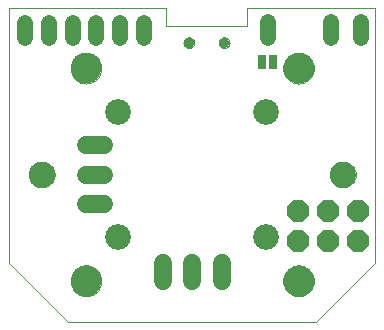
<source format=gts>
G75*
G70*
%OFA0B0*%
%FSLAX24Y24*%
%IPPOS*%
%LPD*%
%AMOC8*
5,1,8,0,0,1.08239X$1,22.5*
%
%ADD10C,0.0000*%
%ADD11C,0.1024*%
%ADD12C,0.0866*%
%ADD13OC8,0.0740*%
%ADD14C,0.0531*%
%ADD15C,0.0860*%
%ADD16C,0.0591*%
%ADD17C,0.0354*%
%ADD18R,0.0250X0.0500*%
D10*
X000150Y002119D02*
X002119Y000150D01*
X010386Y000150D01*
X012355Y002119D01*
X012355Y010622D01*
X008063Y010622D01*
X008063Y010032D01*
X005386Y010032D01*
X005386Y010622D01*
X000150Y010622D01*
X000150Y002119D01*
X002197Y001528D02*
X002199Y001573D01*
X002205Y001617D01*
X002214Y001661D01*
X002228Y001703D01*
X002245Y001744D01*
X002266Y001784D01*
X002290Y001822D01*
X002317Y001857D01*
X002347Y001890D01*
X002380Y001920D01*
X002415Y001947D01*
X002453Y001971D01*
X002493Y001992D01*
X002534Y002009D01*
X002576Y002023D01*
X002620Y002032D01*
X002664Y002038D01*
X002709Y002040D01*
X002754Y002038D01*
X002798Y002032D01*
X002842Y002023D01*
X002884Y002009D01*
X002925Y001992D01*
X002965Y001971D01*
X003003Y001947D01*
X003038Y001920D01*
X003071Y001890D01*
X003101Y001857D01*
X003128Y001822D01*
X003152Y001784D01*
X003173Y001744D01*
X003190Y001703D01*
X003204Y001661D01*
X003213Y001617D01*
X003219Y001573D01*
X003221Y001528D01*
X003219Y001483D01*
X003213Y001439D01*
X003204Y001395D01*
X003190Y001353D01*
X003173Y001312D01*
X003152Y001272D01*
X003128Y001234D01*
X003101Y001199D01*
X003071Y001166D01*
X003038Y001136D01*
X003003Y001109D01*
X002965Y001085D01*
X002925Y001064D01*
X002884Y001047D01*
X002842Y001033D01*
X002798Y001024D01*
X002754Y001018D01*
X002709Y001016D01*
X002664Y001018D01*
X002620Y001024D01*
X002576Y001033D01*
X002534Y001047D01*
X002493Y001064D01*
X002453Y001085D01*
X002415Y001109D01*
X002380Y001136D01*
X002347Y001166D01*
X002317Y001199D01*
X002290Y001234D01*
X002266Y001272D01*
X002245Y001312D01*
X002228Y001353D01*
X002214Y001395D01*
X002205Y001439D01*
X002199Y001483D01*
X002197Y001528D01*
X000800Y005071D02*
X000802Y005112D01*
X000808Y005153D01*
X000818Y005193D01*
X000831Y005232D01*
X000848Y005269D01*
X000869Y005305D01*
X000893Y005339D01*
X000920Y005370D01*
X000949Y005398D01*
X000982Y005424D01*
X001016Y005446D01*
X001053Y005465D01*
X001091Y005480D01*
X001131Y005492D01*
X001171Y005500D01*
X001212Y005504D01*
X001254Y005504D01*
X001295Y005500D01*
X001335Y005492D01*
X001375Y005480D01*
X001413Y005465D01*
X001449Y005446D01*
X001484Y005424D01*
X001517Y005398D01*
X001546Y005370D01*
X001573Y005339D01*
X001597Y005305D01*
X001618Y005269D01*
X001635Y005232D01*
X001648Y005193D01*
X001658Y005153D01*
X001664Y005112D01*
X001666Y005071D01*
X001664Y005030D01*
X001658Y004989D01*
X001648Y004949D01*
X001635Y004910D01*
X001618Y004873D01*
X001597Y004837D01*
X001573Y004803D01*
X001546Y004772D01*
X001517Y004744D01*
X001484Y004718D01*
X001450Y004696D01*
X001413Y004677D01*
X001375Y004662D01*
X001335Y004650D01*
X001295Y004642D01*
X001254Y004638D01*
X001212Y004638D01*
X001171Y004642D01*
X001131Y004650D01*
X001091Y004662D01*
X001053Y004677D01*
X001017Y004696D01*
X000982Y004718D01*
X000949Y004744D01*
X000920Y004772D01*
X000893Y004803D01*
X000869Y004837D01*
X000848Y004873D01*
X000831Y004910D01*
X000818Y004949D01*
X000808Y004989D01*
X000802Y005030D01*
X000800Y005071D01*
X002197Y008615D02*
X002199Y008660D01*
X002205Y008704D01*
X002214Y008748D01*
X002228Y008790D01*
X002245Y008831D01*
X002266Y008871D01*
X002290Y008909D01*
X002317Y008944D01*
X002347Y008977D01*
X002380Y009007D01*
X002415Y009034D01*
X002453Y009058D01*
X002493Y009079D01*
X002534Y009096D01*
X002576Y009110D01*
X002620Y009119D01*
X002664Y009125D01*
X002709Y009127D01*
X002754Y009125D01*
X002798Y009119D01*
X002842Y009110D01*
X002884Y009096D01*
X002925Y009079D01*
X002965Y009058D01*
X003003Y009034D01*
X003038Y009007D01*
X003071Y008977D01*
X003101Y008944D01*
X003128Y008909D01*
X003152Y008871D01*
X003173Y008831D01*
X003190Y008790D01*
X003204Y008748D01*
X003213Y008704D01*
X003219Y008660D01*
X003221Y008615D01*
X003219Y008570D01*
X003213Y008526D01*
X003204Y008482D01*
X003190Y008440D01*
X003173Y008399D01*
X003152Y008359D01*
X003128Y008321D01*
X003101Y008286D01*
X003071Y008253D01*
X003038Y008223D01*
X003003Y008196D01*
X002965Y008172D01*
X002925Y008151D01*
X002884Y008134D01*
X002842Y008120D01*
X002798Y008111D01*
X002754Y008105D01*
X002709Y008103D01*
X002664Y008105D01*
X002620Y008111D01*
X002576Y008120D01*
X002534Y008134D01*
X002493Y008151D01*
X002453Y008172D01*
X002415Y008196D01*
X002380Y008223D01*
X002347Y008253D01*
X002317Y008286D01*
X002290Y008321D01*
X002266Y008359D01*
X002245Y008399D01*
X002228Y008440D01*
X002214Y008482D01*
X002205Y008526D01*
X002199Y008570D01*
X002197Y008615D01*
X005961Y009465D02*
X005963Y009491D01*
X005969Y009517D01*
X005979Y009542D01*
X005992Y009565D01*
X006008Y009585D01*
X006028Y009603D01*
X006050Y009618D01*
X006073Y009630D01*
X006099Y009638D01*
X006125Y009642D01*
X006151Y009642D01*
X006177Y009638D01*
X006203Y009630D01*
X006227Y009618D01*
X006248Y009603D01*
X006268Y009585D01*
X006284Y009565D01*
X006297Y009542D01*
X006307Y009517D01*
X006313Y009491D01*
X006315Y009465D01*
X006313Y009439D01*
X006307Y009413D01*
X006297Y009388D01*
X006284Y009365D01*
X006268Y009345D01*
X006248Y009327D01*
X006226Y009312D01*
X006203Y009300D01*
X006177Y009292D01*
X006151Y009288D01*
X006125Y009288D01*
X006099Y009292D01*
X006073Y009300D01*
X006049Y009312D01*
X006028Y009327D01*
X006008Y009345D01*
X005992Y009365D01*
X005979Y009388D01*
X005969Y009413D01*
X005963Y009439D01*
X005961Y009465D01*
X007142Y009465D02*
X007144Y009491D01*
X007150Y009517D01*
X007160Y009542D01*
X007173Y009565D01*
X007189Y009585D01*
X007209Y009603D01*
X007231Y009618D01*
X007254Y009630D01*
X007280Y009638D01*
X007306Y009642D01*
X007332Y009642D01*
X007358Y009638D01*
X007384Y009630D01*
X007408Y009618D01*
X007429Y009603D01*
X007449Y009585D01*
X007465Y009565D01*
X007478Y009542D01*
X007488Y009517D01*
X007494Y009491D01*
X007496Y009465D01*
X007494Y009439D01*
X007488Y009413D01*
X007478Y009388D01*
X007465Y009365D01*
X007449Y009345D01*
X007429Y009327D01*
X007407Y009312D01*
X007384Y009300D01*
X007358Y009292D01*
X007332Y009288D01*
X007306Y009288D01*
X007280Y009292D01*
X007254Y009300D01*
X007230Y009312D01*
X007209Y009327D01*
X007189Y009345D01*
X007173Y009365D01*
X007160Y009388D01*
X007150Y009413D01*
X007144Y009439D01*
X007142Y009465D01*
X009284Y008615D02*
X009286Y008660D01*
X009292Y008704D01*
X009301Y008748D01*
X009315Y008790D01*
X009332Y008831D01*
X009353Y008871D01*
X009377Y008909D01*
X009404Y008944D01*
X009434Y008977D01*
X009467Y009007D01*
X009502Y009034D01*
X009540Y009058D01*
X009580Y009079D01*
X009621Y009096D01*
X009663Y009110D01*
X009707Y009119D01*
X009751Y009125D01*
X009796Y009127D01*
X009841Y009125D01*
X009885Y009119D01*
X009929Y009110D01*
X009971Y009096D01*
X010012Y009079D01*
X010052Y009058D01*
X010090Y009034D01*
X010125Y009007D01*
X010158Y008977D01*
X010188Y008944D01*
X010215Y008909D01*
X010239Y008871D01*
X010260Y008831D01*
X010277Y008790D01*
X010291Y008748D01*
X010300Y008704D01*
X010306Y008660D01*
X010308Y008615D01*
X010306Y008570D01*
X010300Y008526D01*
X010291Y008482D01*
X010277Y008440D01*
X010260Y008399D01*
X010239Y008359D01*
X010215Y008321D01*
X010188Y008286D01*
X010158Y008253D01*
X010125Y008223D01*
X010090Y008196D01*
X010052Y008172D01*
X010012Y008151D01*
X009971Y008134D01*
X009929Y008120D01*
X009885Y008111D01*
X009841Y008105D01*
X009796Y008103D01*
X009751Y008105D01*
X009707Y008111D01*
X009663Y008120D01*
X009621Y008134D01*
X009580Y008151D01*
X009540Y008172D01*
X009502Y008196D01*
X009467Y008223D01*
X009434Y008253D01*
X009404Y008286D01*
X009377Y008321D01*
X009353Y008359D01*
X009332Y008399D01*
X009315Y008440D01*
X009301Y008482D01*
X009292Y008526D01*
X009286Y008570D01*
X009284Y008615D01*
X010839Y005071D02*
X010841Y005112D01*
X010847Y005153D01*
X010857Y005193D01*
X010870Y005232D01*
X010887Y005269D01*
X010908Y005305D01*
X010932Y005339D01*
X010959Y005370D01*
X010988Y005398D01*
X011021Y005424D01*
X011055Y005446D01*
X011092Y005465D01*
X011130Y005480D01*
X011170Y005492D01*
X011210Y005500D01*
X011251Y005504D01*
X011293Y005504D01*
X011334Y005500D01*
X011374Y005492D01*
X011414Y005480D01*
X011452Y005465D01*
X011488Y005446D01*
X011523Y005424D01*
X011556Y005398D01*
X011585Y005370D01*
X011612Y005339D01*
X011636Y005305D01*
X011657Y005269D01*
X011674Y005232D01*
X011687Y005193D01*
X011697Y005153D01*
X011703Y005112D01*
X011705Y005071D01*
X011703Y005030D01*
X011697Y004989D01*
X011687Y004949D01*
X011674Y004910D01*
X011657Y004873D01*
X011636Y004837D01*
X011612Y004803D01*
X011585Y004772D01*
X011556Y004744D01*
X011523Y004718D01*
X011489Y004696D01*
X011452Y004677D01*
X011414Y004662D01*
X011374Y004650D01*
X011334Y004642D01*
X011293Y004638D01*
X011251Y004638D01*
X011210Y004642D01*
X011170Y004650D01*
X011130Y004662D01*
X011092Y004677D01*
X011056Y004696D01*
X011021Y004718D01*
X010988Y004744D01*
X010959Y004772D01*
X010932Y004803D01*
X010908Y004837D01*
X010887Y004873D01*
X010870Y004910D01*
X010857Y004949D01*
X010847Y004989D01*
X010841Y005030D01*
X010839Y005071D01*
X009284Y001528D02*
X009286Y001573D01*
X009292Y001617D01*
X009301Y001661D01*
X009315Y001703D01*
X009332Y001744D01*
X009353Y001784D01*
X009377Y001822D01*
X009404Y001857D01*
X009434Y001890D01*
X009467Y001920D01*
X009502Y001947D01*
X009540Y001971D01*
X009580Y001992D01*
X009621Y002009D01*
X009663Y002023D01*
X009707Y002032D01*
X009751Y002038D01*
X009796Y002040D01*
X009841Y002038D01*
X009885Y002032D01*
X009929Y002023D01*
X009971Y002009D01*
X010012Y001992D01*
X010052Y001971D01*
X010090Y001947D01*
X010125Y001920D01*
X010158Y001890D01*
X010188Y001857D01*
X010215Y001822D01*
X010239Y001784D01*
X010260Y001744D01*
X010277Y001703D01*
X010291Y001661D01*
X010300Y001617D01*
X010306Y001573D01*
X010308Y001528D01*
X010306Y001483D01*
X010300Y001439D01*
X010291Y001395D01*
X010277Y001353D01*
X010260Y001312D01*
X010239Y001272D01*
X010215Y001234D01*
X010188Y001199D01*
X010158Y001166D01*
X010125Y001136D01*
X010090Y001109D01*
X010052Y001085D01*
X010012Y001064D01*
X009971Y001047D01*
X009929Y001033D01*
X009885Y001024D01*
X009841Y001018D01*
X009796Y001016D01*
X009751Y001018D01*
X009707Y001024D01*
X009663Y001033D01*
X009621Y001047D01*
X009580Y001064D01*
X009540Y001085D01*
X009502Y001109D01*
X009467Y001136D01*
X009434Y001166D01*
X009404Y001199D01*
X009377Y001234D01*
X009353Y001272D01*
X009332Y001312D01*
X009315Y001353D01*
X009301Y001395D01*
X009292Y001439D01*
X009286Y001483D01*
X009284Y001528D01*
D11*
X009796Y001528D03*
X002709Y001528D03*
X002709Y008615D03*
X009796Y008615D03*
D12*
X011272Y005071D03*
X001233Y005071D03*
D13*
X009776Y003867D03*
X010776Y003867D03*
X011776Y003867D03*
X011776Y002867D03*
X010776Y002867D03*
X009776Y002867D03*
D14*
X008784Y009609D02*
X008784Y010140D01*
X010870Y010140D02*
X010870Y009609D01*
X011870Y009609D02*
X011870Y010140D01*
X004630Y010136D02*
X004630Y009605D01*
X003843Y009605D02*
X003843Y010136D01*
X003056Y010136D02*
X003056Y009605D01*
X002268Y009605D02*
X002268Y010136D01*
X001481Y010136D02*
X001481Y009605D01*
X000693Y009605D02*
X000693Y010136D01*
D15*
X003792Y007158D03*
X003792Y002985D03*
X008713Y002985D03*
X008713Y007158D03*
D16*
X003300Y006056D02*
X002709Y006056D01*
X002709Y005071D02*
X003300Y005071D01*
X003300Y004087D02*
X002709Y004087D01*
X005268Y002119D02*
X005268Y001528D01*
X006252Y001528D02*
X006252Y002119D01*
X007237Y002119D02*
X007237Y001528D01*
D17*
X007319Y009465D03*
X006138Y009465D03*
D18*
X008582Y008837D03*
X008937Y008837D03*
M02*

</source>
